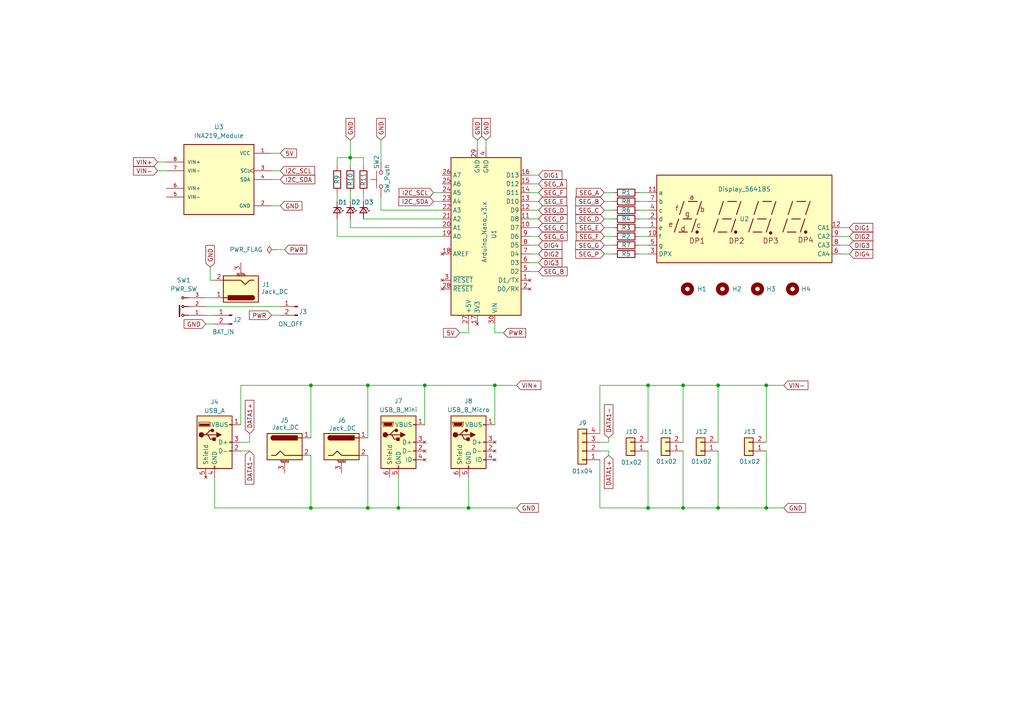
<source format=kicad_sch>
(kicad_sch (version 20250114) (generator "eeschema") (generator_version "9.0")
  (paper "A4")
  (lib_symbols
    (symbol "Barrel_Jack_MountingPin_1" (pin_names (hide yes))
      (property "Reference" "J1" (at -6.096 -1.27 0))
      (property "Value" "Jack_DC" (at -5.842 0.762 0))
      (symbol "Barrel_Jack_MountingPin_1_0_1"
        (rectangle (start -5.08 3.81) (end 5.08 -3.81) (stroke (width 0.254)) (fill (type background)))
        (polyline (pts (xy -3.81 -2.54) (xy -2.54 -2.54) (xy -1.27 -1.27) (xy 0 -2.54) (xy 2.54 -2.54) (xy 5.08 -2.54)) (stroke (width 0.254)))
        (arc (start -3.302 1.905) (mid -3.9343 2.54) (end -3.302 3.175) (stroke (width 0.254)))
        (arc (start -3.302 1.905) (mid -3.9343 2.54) (end -3.302 3.175) (stroke (width 0.254)) (fill (type outline)))
        (rectangle (start 3.683 3.175) (end -3.302 1.905) (stroke (width 0.254)) (fill (type outline)))
        (polyline (pts (xy 5.08 2.54) (xy 3.81 2.54)) (stroke (width 0.254)))
      )
      (symbol "Barrel_Jack_MountingPin_1_1_1"
        (polyline (pts (xy -1.016 -4.572) (xy 1.016 -4.572)) (stroke (width 0.1524)))
        (text "Mounting" (at 0 -4.191 0) (effects (font (size 0.381 0.381))))
        (pin free line (at 0 -7.62 90) (length 3.048) (name "MountPin") (number "3"))
        (pin passive line (at 7.62 2.54 180) (length 2.54) (name "~") (number "1"))
        (pin passive line (at 7.62 -2.54 180) (length 2.54) (name "~") (number "2"))
      )
    )
    (symbol "Barrel_Jack_MountingPin_2" (pin_names (hide yes))
      (property "Reference" "J5" (at 0 7.62 0))
      (property "Value" "Jack_DC" (at 0.254 5.588 0))
      (symbol "Barrel_Jack_MountingPin_2_0_1"
        (rectangle (start -5.08 3.81) (end 5.08 -3.81) (stroke (width 0.254)) (fill (type background)))
        (polyline (pts (xy -3.81 -2.54) (xy -2.54 -2.54) (xy -1.27 -1.27) (xy 0 -2.54) (xy 2.54 -2.54) (xy 5.08 -2.54)) (stroke (width 0.254)))
        (arc (start -3.302 1.905) (mid -3.9343 2.54) (end -3.302 3.175) (stroke (width 0.254)))
        (arc (start -3.302 1.905) (mid -3.9343 2.54) (end -3.302 3.175) (stroke (width 0.254)) (fill (type outline)))
        (rectangle (start 3.683 3.175) (end -3.302 1.905) (stroke (width 0.254)) (fill (type outline)))
        (polyline (pts (xy 5.08 2.54) (xy 3.81 2.54)) (stroke (width 0.254)))
      )
      (symbol "Barrel_Jack_MountingPin_2_1_1"
        (polyline (pts (xy -1.016 -4.572) (xy 1.016 -4.572)) (stroke (width 0.1524)))
        (text "Mounting" (at 0 -4.191 0) (effects (font (size 0.381 0.381))))
        (pin free line (at 0 -7.62 90) (length 3.048) (name "MountPin") (number "3"))
        (pin power_out line (at 7.62 2.54 180) (length 2.54) (name "~") (number "1"))
        (pin passive line (at 7.62 -2.54 180) (length 2.54) (name "~") (number "2"))
      )
    )
    (symbol "Connector:Barrel_Jack_MountingPin" (pin_names (hide yes))
      (property "Reference" "J6" (at 0 7.62 0))
      (property "Value" "Jack_DC" (at 0.254 5.334 0))
      (symbol "Barrel_Jack_MountingPin_0_1"
        (rectangle (start -5.08 3.81) (end 5.08 -3.81) (stroke (width 0.254)) (fill (type background)))
        (polyline (pts (xy -3.81 -2.54) (xy -2.54 -2.54) (xy -1.27 -1.27) (xy 0 -2.54) (xy 2.54 -2.54) (xy 5.08 -2.54)) (stroke (width 0.254)))
        (arc (start -3.302 1.905) (mid -3.9343 2.54) (end -3.302 3.175) (stroke (width 0.254)))
        (arc (start -3.302 1.905) (mid -3.9343 2.54) (end -3.302 3.175) (stroke (width 0.254)) (fill (type outline)))
        (rectangle (start 3.683 3.175) (end -3.302 1.905) (stroke (width 0.254)) (fill (type outline)))
        (polyline (pts (xy 5.08 2.54) (xy 3.81 2.54)) (stroke (width 0.254)))
      )
      (symbol "Barrel_Jack_MountingPin_1_1"
        (polyline (pts (xy -1.016 -4.572) (xy 1.016 -4.572)) (stroke (width 0.1524)))
        (text "Mounting" (at 0 -4.191 0) (effects (font (size 0.381 0.381))))
        (pin free line (at 0 -7.62 90) (length 3.048) (name "MountPin") (number "3"))
        (pin power_out line (at 7.62 2.54 180) (length 2.54) (name "~") (number "1"))
        (pin passive line (at 7.62 -2.54 180) (length 2.54) (name "~") (number "2"))
      )
    )
    (symbol "Connector:Conn_01x02_Pin" (pin_names (offset 1.016) (hide yes))
      (property "Reference" "J" (at 0 2.54 0))
      (property "Value" "Conn_01x02_Pin" (at 0 -5.08 0))
      (symbol "Conn_01x02_Pin_1_1"
        (rectangle (start 0.8636 0.127) (end 0 -0.127) (stroke (width 0.1524)) (fill (type outline)))
        (rectangle (start 0.8636 -2.413) (end 0 -2.667) (stroke (width 0.1524)) (fill (type outline)))
        (polyline (pts (xy 1.27 0) (xy 0.8636 0)) (stroke (width 0.1524)))
        (polyline (pts (xy 1.27 -2.54) (xy 0.8636 -2.54)) (stroke (width 0.1524)))
        (pin passive line (at 5.08 0 180) (length 3.81) (name "Pin_1") (number "1"))
        (pin passive line (at 5.08 -2.54 180) (length 3.81) (name "Pin_2") (number "2"))
      )
    )
    (symbol "Connector:USB_A" (pin_names (offset 1.016))
      (property "Reference" "J3" (at 0 12.7 0))
      (property "Value" "USB_A" (at 0 10.16 0))
      (symbol "USB_A_0_1"
        (rectangle (start -5.08 7.62) (end 5.08 -7.62) (stroke (width 0.254)) (fill (type background)))
        (circle (center -3.81 2.159) (radius 0.635) (stroke (width 0.254)) (fill (type outline)))
        (polyline (pts (xy -3.175 2.159) (xy -2.54 2.159) (xy -1.27 3.429) (xy -0.635 3.429)) (stroke (width 0.254)))
        (polyline (pts (xy -2.54 2.159) (xy -1.905 2.159) (xy -1.27 0.889) (xy 0 0.889)) (stroke (width 0.254)))
        (rectangle (start -1.524 4.826) (end -4.318 5.334) (fill (type outline)))
        (rectangle (start -1.27 4.572) (end -4.572 5.842))
        (circle (center -0.635 3.429) (radius 0.381) (stroke (width 0.254)) (fill (type outline)))
        (rectangle (start -0.127 -7.62) (end 0.127 -6.858))
        (rectangle (start 0.254 1.27) (end -0.508 0.508) (stroke (width 0.254)) (fill (type outline)))
        (polyline (pts (xy 0.635 2.794) (xy 0.635 1.524) (xy 1.905 2.159) (xy 0.635 2.794)) (stroke (width 0.254)) (fill (type outline)))
        (rectangle (start 5.08 4.953) (end 4.318 5.207))
        (rectangle (start 5.08 -0.127) (end 4.318 0.127))
        (rectangle (start 5.08 -2.667) (end 4.318 -2.413))
      )
      (symbol "USB_A_1_1"
        (polyline (pts (xy -1.905 2.159) (xy 0.635 2.159)) (stroke (width 0.254)))
        (pin no_connect line (at -2.54 -10.16 90) (length 2.54) (name "Shield") (number "5"))
        (pin passive line (at 0 -10.16 90) (length 2.54) (name "GND") (number "4"))
        (pin power_out line (at 7.62 5.08 180) (length 2.54) (name "VBUS") (number "1"))
        (pin bidirectional line (at 7.62 0 180) (length 2.54) (name "D+") (number "3"))
        (pin bidirectional line (at 7.62 -2.54 180) (length 2.54) (name "D-") (number "2"))
      )
    )
    (symbol "Connector:USB_B_Micro" (pin_names (offset 1.016))
      (property "Reference" "J7" (at 0 12.7 0))
      (property "Value" "USB_B_Micro" (at 0 10.16 0))
      (symbol "USB_B_Micro_0_1"
        (rectangle (start -5.08 7.62) (end 5.08 -7.62) (stroke (width 0.254)) (fill (type background)))
        (polyline (pts (xy -4.699 5.842) (xy -4.699 5.588) (xy -4.445 4.826) (xy -4.445 4.572) (xy -1.651 4.572) (xy -1.651 4.826) (xy -1.397 5.588) (xy -1.397 5.842) (xy -4.699 5.842)))
        (polyline (pts (xy -4.318 5.588) (xy -1.778 5.588) (xy -2.032 4.826) (xy -4.064 4.826) (xy -4.318 5.588)) (fill (type outline)))
        (circle (center -3.81 2.159) (radius 0.635) (stroke (width 0.254)) (fill (type outline)))
        (polyline (pts (xy -3.175 2.159) (xy -2.54 2.159) (xy -1.27 3.429) (xy -0.635 3.429)) (stroke (width 0.254)))
        (polyline (pts (xy -2.54 2.159) (xy -1.905 2.159) (xy -1.27 0.889) (xy 0 0.889)) (stroke (width 0.254)))
        (polyline (pts (xy -1.905 2.159) (xy 0.635 2.159)) (stroke (width 0.254)))
        (circle (center -0.635 3.429) (radius 0.381) (stroke (width 0.254)) (fill (type outline)))
        (rectangle (start -0.127 -7.62) (end 0.127 -6.858))
        (rectangle (start 0.254 1.27) (end -0.508 0.508) (stroke (width 0.254)) (fill (type outline)))
        (polyline (pts (xy 0.635 2.794) (xy 0.635 1.524) (xy 1.905 2.159) (xy 0.635 2.794)) (stroke (width 0.254)) (fill (type outline)))
        (rectangle (start 5.08 4.953) (end 4.318 5.207))
        (rectangle (start 5.08 -0.127) (end 4.318 0.127))
        (rectangle (start 5.08 -2.667) (end 4.318 -2.413))
        (rectangle (start 5.08 -5.207) (end 4.318 -4.953))
      )
      (symbol "USB_B_Micro_1_1"
        (pin free line (at -2.54 -10.16 90) (length 2.54) (name "Shield") (number "6"))
        (pin passive line (at 0 -10.16 90) (length 2.54) (name "GND") (number "5"))
        (pin power_out line (at 7.62 5.08 180) (length 2.54) (name "VBUS") (number "1"))
        (pin no_connect line (at 7.62 0 180) (length 2.54) (name "D+") (number "3"))
        (pin no_connect line (at 7.62 -2.54 180) (length 2.54) (name "D-") (number "2"))
        (pin no_connect line (at 7.62 -5.08 180) (length 2.54) (name "ID") (number "4"))
      )
    )
    (symbol "Connector:USB_B_Mini" (pin_names (offset 1.016))
      (property "Reference" "J6" (at 0 12.7 0))
      (property "Value" "USB_B_Mini" (at 0 10.16 0))
      (symbol "USB_B_Mini_0_1"
        (rectangle (start -5.08 7.62) (end 5.08 -7.62) (stroke (width 0.254)) (fill (type background)))
        (polyline (pts (xy -4.699 5.842) (xy -4.699 5.588) (xy -4.445 4.826) (xy -4.445 4.572) (xy -1.651 4.572) (xy -1.651 4.826) (xy -1.397 5.588) (xy -1.397 5.842) (xy -4.699 5.842)))
        (polyline (pts (xy -4.318 5.588) (xy -1.778 5.588) (xy -2.032 4.826) (xy -4.064 4.826) (xy -4.318 5.588)) (fill (type outline)))
        (circle (center -3.81 2.159) (radius 0.635) (stroke (width 0.254)) (fill (type outline)))
        (polyline (pts (xy -3.175 2.159) (xy -2.54 2.159) (xy -1.27 3.429) (xy -0.635 3.429)) (stroke (width 0.254)))
        (polyline (pts (xy -2.54 2.159) (xy -1.905 2.159) (xy -1.27 0.889) (xy 0 0.889)) (stroke (width 0.254)))
        (polyline (pts (xy -1.905 2.159) (xy 0.635 2.159)) (stroke (width 0.254)))
        (circle (center -0.635 3.429) (radius 0.381) (stroke (width 0.254)) (fill (type outline)))
        (rectangle (start -0.127 -7.62) (end 0.127 -6.858))
        (rectangle (start 0.254 1.27) (end -0.508 0.508) (stroke (width 0.254)) (fill (type outline)))
        (polyline (pts (xy 0.635 2.794) (xy 0.635 1.524) (xy 1.905 2.159) (xy 0.635 2.794)) (stroke (width 0.254)) (fill (type outline)))
        (rectangle (start 5.08 4.953) (end 4.318 5.207))
        (rectangle (start 5.08 -0.127) (end 4.318 0.127))
        (rectangle (start 5.08 -2.667) (end 4.318 -2.413))
        (rectangle (start 5.08 -5.207) (end 4.318 -4.953))
      )
      (symbol "USB_B_Mini_1_1"
        (pin free line (at -2.54 -10.16 90) (length 2.54) (name "Shield") (number "6"))
        (pin passive line (at 0 -10.16 90) (length 2.54) (name "GND") (number "5"))
        (pin power_out line (at 7.62 5.08 180) (length 2.54) (name "VBUS") (number "1"))
        (pin no_connect line (at 7.62 0 180) (length 2.54) (name "D+") (number "3"))
        (pin no_connect line (at 7.62 -2.54 180) (length 2.54) (name "D-") (number "2"))
        (pin no_connect line (at 7.62 -5.08 180) (length 2.54) (name "ID") (number "4"))
      )
    )
    (symbol "Connector_Generic:Conn_01x02" (pin_names (offset 1.016) (hide yes))
      (property "Reference" "J" (at 0 2.54 0))
      (property "Value" "Conn_01x02" (at 0 -5.08 0))
      (symbol "Conn_01x02_1_1"
        (rectangle (start -1.27 1.27) (end 1.27 -3.81) (stroke (width 0.254)) (fill (type background)))
        (rectangle (start -1.27 0.127) (end 0 -0.127) (stroke (width 0.1524)))
        (rectangle (start -1.27 -2.413) (end 0 -2.667) (stroke (width 0.1524)))
        (pin passive line (at -5.08 0 0) (length 3.81) (name "Pin_1") (number "1"))
        (pin passive line (at -5.08 -2.54 0) (length 3.81) (name "Pin_2") (number "2"))
      )
    )
    (symbol "Connector_Generic:Conn_01x04" (pin_names (offset 1.016) (hide yes))
      (property "Reference" "J" (at 0 5.08 0))
      (property "Value" "Conn_01x04" (at 0 -7.62 0))
      (symbol "Conn_01x04_1_1"
        (rectangle (start -1.27 3.81) (end 1.27 -6.35) (stroke (width 0.254)) (fill (type background)))
        (rectangle (start -1.27 2.667) (end 0 2.413) (stroke (width 0.1524)))
        (rectangle (start -1.27 0.127) (end 0 -0.127) (stroke (width 0.1524)))
        (rectangle (start -1.27 -2.413) (end 0 -2.667) (stroke (width 0.1524)))
        (rectangle (start -1.27 -4.953) (end 0 -5.207) (stroke (width 0.1524)))
        (pin passive line (at -5.08 2.54 0) (length 3.81) (name "Pin_1") (number "1"))
        (pin passive line (at -5.08 0 0) (length 3.81) (name "Pin_2") (number "2"))
        (pin passive line (at -5.08 -2.54 0) (length 3.81) (name "Pin_3") (number "3"))
        (pin passive line (at -5.08 -5.08 0) (length 3.81) (name "Pin_4") (number "4"))
      )
    )
    (symbol "Custom:INA219_Module_Adafruit" (pin_names (offset 1.016))
      (property "Reference" "U3" (at 0 15.24 0))
      (property "Value" "INA219_Module" (at 0 12.7 0))
      (symbol "INA219_Module_Adafruit_0_0"
        (rectangle (start -10.16 10.16) (end 10.16 -10.16) (stroke (width 0.254)) (fill (type background)))
        (pin free line (at -15.24 -2.54 0) (length 5.08) (name "VIN+") (number "6"))
        (pin free line (at -15.24 -5.08 0) (length 5.08) (name "VIN-") (number "5"))
        (pin power_in line (at 15.24 7.62 180) (length 5.08) (name "VCC") (number "1"))
        (pin input clock (at 15.24 2.54 180) (length 5.08) (name "SCL") (number "3"))
        (pin bidirectional line (at 15.24 0 180) (length 5.08) (name "SDA") (number "4"))
        (pin power_in line (at 15.24 -7.62 180) (length 5.08) (name "GND") (number "2"))
      )
      (symbol "INA219_Module_Adafruit_1_0"
        (pin input line (at -15.24 5.08 0) (length 5.08) (name "VIN+") (number "8"))
        (pin input line (at -15.24 2.54 0) (length 5.08) (name "VIN-") (number "7"))
      )
    )
    (symbol "Custom:Switch_Slide_SPDT_Straight_TE_1825159_1" (pin_names (offset 1.016))
      (property "Reference" "SW" (at 1.524 -0.508 0))
      (property "Value" "SW_Slide" (at -8.382 -5.588 0))
      (symbol "Switch_Slide_SPDT_Straight_TE_1825159_1_0_0"
        (polyline (pts (xy -2.54 2.54) (xy -1.27 2.54)) (stroke (width 0.254)))
        (polyline (pts (xy -2.54 0) (xy -1.27 0)) (stroke (width 0.254)))
        (polyline (pts (xy -2.54 -2.54) (xy -1.27 -2.54)) (stroke (width 0.254)))
        (circle (center -0.9525 2.54) (radius 0.3175) (stroke (width 0.254)))
        (circle (center -0.9525 0) (radius 0.3175) (stroke (width 0.254)))
        (circle (center -0.9525 -2.54) (radius 0.3175) (stroke (width 0.254)))
        (polyline (pts (xy 0 2.8575) (xy 0 -0.3175)) (stroke (width 0.4064)))
        (pin passive line (at -7.62 2.54 0) (length 5.08) (name "~") (number "1"))
        (pin passive line (at -7.62 0 0) (length 5.08) (name "~") (number "2"))
        (pin passive line (at -7.62 -2.54 0) (length 5.08) (name "~") (number "3"))
      )
    )
    (symbol "Device:R" (pin_numbers (hide yes)) (pin_names (offset 0))
      (property "Reference" "R" (at 2.032 0 90))
      (property "Value" "R" (at 0 0 90))
      (symbol "R_0_1"
        (rectangle (start -1.016 -2.54) (end 1.016 2.54) (stroke (width 0.254)))
      )
      (symbol "R_1_1"
        (pin passive line (at 0 3.81 270) (length 1.27) (name "~") (number "1"))
        (pin passive line (at 0 -3.81 90) (length 1.27) (name "~") (number "2"))
      )
    )
    (symbol "Display_Character:CA56-12CGKWA"
      (property "Reference" "U" (at -24.13 13.97 0))
      (property "Value" "CA56-12CGKWA" (at 17.78 13.97 0))
      (symbol "CA56-12CGKWA_0_0"
        (rectangle (start -25.4 12.7) (end 25.4 -12.7) (stroke (width 0.254)) (fill (type background)))
        (polyline (pts (xy -20.32 -3.81) (xy -19.05 0)) (stroke (width 0.254)))
        (polyline (pts (xy -19.05 -3.81) (xy -16.51 -3.81)) (stroke (width 0.254)))
        (polyline (pts (xy -18.796 1.27) (xy -17.526 5.08)) (stroke (width 0.254)))
        (polyline (pts (xy -17.78 0) (xy -15.24 0)) (stroke (width 0.254)))
        (polyline (pts (xy -16.256 5.08) (xy -13.716 5.08)) (stroke (width 0.254)))
        (polyline (pts (xy -15.24 -3.81) (xy -13.97 0)) (stroke (width 0.254)))
        (polyline (pts (xy -13.716 1.27) (xy -12.446 5.08)) (stroke (width 0.254)))
        (polyline (pts (xy -8.89 -3.81) (xy -7.62 0)) (stroke (width 0.254)))
        (polyline (pts (xy -7.62 -3.81) (xy -5.08 -3.81)) (stroke (width 0.254)))
        (polyline (pts (xy -7.366 1.27) (xy -6.096 5.08)) (stroke (width 0.254)))
        (polyline (pts (xy -6.35 0) (xy -3.81 0)) (stroke (width 0.254)))
        (polyline (pts (xy -4.826 5.08) (xy -2.286 5.08)) (stroke (width 0.254)))
        (polyline (pts (xy -3.81 -3.81) (xy -2.54 0)) (stroke (width 0.254)))
        (polyline (pts (xy -2.286 1.27) (xy -1.016 5.08)) (stroke (width 0.254)))
        (polyline (pts (xy 1.27 -3.81) (xy 2.54 0)) (stroke (width 0.254)))
        (polyline (pts (xy 2.54 -3.81) (xy 5.08 -3.81)) (stroke (width 0.254)))
        (polyline (pts (xy 2.794 1.27) (xy 4.064 5.08)) (stroke (width 0.254)))
        (polyline (pts (xy 3.81 0) (xy 6.35 0)) (stroke (width 0.254)))
        (polyline (pts (xy 5.334 5.08) (xy 7.874 5.08)) (stroke (width 0.254)))
        (polyline (pts (xy 6.35 -3.81) (xy 7.62 0)) (stroke (width 0.254)))
        (polyline (pts (xy 7.874 1.27) (xy 9.144 5.08)) (stroke (width 0.254)))
        (polyline (pts (xy 11.176 -3.81) (xy 12.446 0)) (stroke (width 0.254)))
        (polyline (pts (xy 12.446 -3.81) (xy 14.986 -3.81)) (stroke (width 0.254)))
        (polyline (pts (xy 12.7 1.27) (xy 13.97 5.08)) (stroke (width 0.254)))
        (polyline (pts (xy 13.716 0) (xy 16.256 0)) (stroke (width 0.254)))
        (polyline (pts (xy 15.24 5.08) (xy 17.78 5.08)) (stroke (width 0.254)))
        (polyline (pts (xy 16.256 -3.81) (xy 17.526 0)) (stroke (width 0.254)))
        (polyline (pts (xy 17.78 1.27) (xy 19.05 5.08)) (stroke (width 0.254)))
        (text "e" (at -21.336 -1.524 0) (effects (font (size 1.524 1.524))))
        (text "f" (at -19.558 3.048 0) (effects (font (size 1.524 1.524))))
        (text "d" (at -17.78 -2.794 0) (effects (font (size 1.524 1.524))))
        (text "g" (at -16.51 1.524 0) (effects (font (size 1.524 1.524))))
        (text "a" (at -15.24 6.35 0) (effects (font (size 1.524 1.524))))
        (text "DP1" (at -13.716 -6.35 0) (effects (font (size 1.524 1.524))))
        (text "c" (at -13.208 -1.778 0) (effects (font (size 1.524 1.524))))
        (text "b" (at -12.192 2.794 0) (effects (font (size 1.524 1.524))))
        (text "DP2" (at -2.286 -6.35 0) (effects (font (size 1.524 1.524))))
        (text "DP3" (at 7.62 -6.35 0) (effects (font (size 1.524 1.524))))
        (text "DP4" (at 17.78 -6.096 0) (effects (font (size 1.524 1.524))))
      )
      (symbol "CA56-12CGKWA_0_1"
        (circle (center -13.716 -3.81) (radius 0.3556) (stroke (width 0.254)) (fill (type outline)))
        (circle (center -2.54 -3.81) (radius 0.3556) (stroke (width 0.254)) (fill (type outline)))
      )
      (symbol "CA56-12CGKWA_1_0"
        (circle (center 7.62 -4.064) (radius 0.3556) (stroke (width 0.254)) (fill (type outline)))
        (circle (center 17.78 -3.81) (radius 0.3556) (stroke (width 0.254)) (fill (type outline)))
      )
      (symbol "CA56-12CGKWA_1_1"
        (pin input line (at -27.94 7.62 0) (length 2.54) (name "a") (number "11"))
        (pin input line (at -27.94 5.08 0) (length 2.54) (name "b") (number "7"))
        (pin input line (at -27.94 2.54 0) (length 2.54) (name "c") (number "4"))
        (pin input line (at -27.94 0 0) (length 2.54) (name "d") (number "2"))
        (pin input line (at -27.94 -2.54 0) (length 2.54) (name "e") (number "1"))
        (pin input line (at -27.94 -5.08 0) (length 2.54) (name "f") (number "10"))
        (pin input line (at -27.94 -7.62 0) (length 2.54) (name "g") (number "5"))
        (pin input line (at -27.94 -10.16 0) (length 2.54) (name "DPX") (number "3"))
        (pin input line (at 27.94 -2.54 180) (length 2.54) (name "CA1") (number "12"))
        (pin input line (at 27.94 -5.08 180) (length 2.54) (name "CA2") (number "9"))
        (pin input line (at 27.94 -7.62 180) (length 2.54) (name "CA3") (number "8"))
        (pin input line (at 27.94 -10.16 180) (length 2.54) (name "CA4") (number "6"))
      )
    )
    (symbol "MCU_Module:Arduino_Nano_v3.x"
      (property "Reference" "A1" (at -2.286 -2.032 90))
      (property "Value" "Arduino_Nano_v3.x" (at 0.508 -10.16 90))
      (symbol "Arduino_Nano_v3.x_0_1"
        (rectangle (start -10.16 22.86) (end 10.16 -22.86) (stroke (width 0.254)) (fill (type background)))
      )
      (symbol "Arduino_Nano_v3.x_1_1"
        (pin no_connect line (at -12.7 15.24 0) (length 2.54) (name "D0/RX") (number "2"))
        (pin no_connect line (at -12.7 12.7 0) (length 2.54) (name "D1/TX") (number "1"))
        (pin bidirectional line (at -12.7 10.16 0) (length 2.54) (name "D2") (number "5"))
        (pin bidirectional line (at -12.7 7.62 0) (length 2.54) (name "D3") (number "6"))
        (pin bidirectional line (at -12.7 5.08 0) (length 2.54) (name "D4") (number "7"))
        (pin bidirectional line (at -12.7 2.54 0) (length 2.54) (name "D5") (number "8"))
        (pin bidirectional line (at -12.7 0 0) (length 2.54) (name "D6") (number "9"))
        (pin bidirectional line (at -12.7 -2.54 0) (length 2.54) (name "D7") (number "10"))
        (pin bidirectional line (at -12.7 -5.08 0) (length 2.54) (name "D8") (number "11"))
        (pin bidirectional line (at -12.7 -7.62 0) (length 2.54) (name "D9") (number "12"))
        (pin bidirectional line (at -12.7 -10.16 0) (length 2.54) (name "D10") (number "13"))
        (pin bidirectional line (at -12.7 -12.7 0) (length 2.54) (name "D11") (number "14"))
        (pin bidirectional line (at -12.7 -15.24 0) (length 2.54) (name "D12") (number "15"))
        (pin bidirectional line (at -12.7 -17.78 0) (length 2.54) (name "D13") (number "16"))
        (pin power_in line (at -2.54 25.4 270) (length 2.54) (name "VIN") (number "30"))
        (pin power_out line (at 0 -25.4 90) (length 2.54) (name "GND") (number "4"))
        (pin no_connect line (at 2.54 25.4 270) (length 2.54) (name "3V3") (number "17"))
        (pin power_out line (at 2.54 -25.4 90) (length 2.54) (name "GND") (number "29"))
        (pin power_out line (at 5.08 25.4 270) (length 2.54) (name "+5V") (number "27"))
        (pin no_connect line (at 12.7 15.24 180) (length 2.54) (name "~{RESET}") (number "28"))
        (pin no_connect line (at 12.7 12.7 180) (length 2.54) (name "~{RESET}") (number "3"))
        (pin no_connect line (at 12.7 5.08 180) (length 2.54) (name "AREF") (number "18"))
        (pin bidirectional line (at 12.7 0 180) (length 2.54) (name "A0") (number "19"))
        (pin bidirectional line (at 12.7 -2.54 180) (length 2.54) (name "A1") (number "20"))
        (pin bidirectional line (at 12.7 -5.08 180) (length 2.54) (name "A2") (number "21"))
        (pin bidirectional line (at 12.7 -7.62 180) (length 2.54) (name "A3") (number "22"))
        (pin bidirectional line (at 12.7 -10.16 180) (length 2.54) (name "A4") (number "23"))
        (pin bidirectional line (at 12.7 -12.7 180) (length 2.54) (name "A5") (number "24"))
        (pin free line (at 12.7 -15.24 180) (length 2.54) (name "A6") (number "25"))
        (pin free line (at 12.7 -17.78 180) (length 2.54) (name "A7") (number "26"))
      )
    )
    (symbol "Mechanical:MountingHole" (pin_names (offset 1.016)) (in_bom no)
      (property "Reference" "H" (at 0 5.08 0))
      (property "Value" "MountingHole" (at 0 3.175 0))
      (symbol "MountingHole_0_1"
        (circle (center 0 0) (radius 1.27) (stroke (width 1.27)))
      )
    )
    (symbol "PCM_SparkFun-LED:LED" (pin_numbers (hide yes)) (pin_names (offset 1.016) (hide yes))
      (property "Reference" "D" (at 0 2.54 0))
      (property "Value" "LED" (at 0 -2.54 0))
      (symbol "LED_0_1"
        (polyline (pts (xy -0.762 -1.016) (xy -0.762 1.016)) (stroke (width 0.254)))
        (polyline (pts (xy 0 0.762) (xy -0.508 1.27) (xy -0.254 1.27) (xy -0.508 1.27) (xy -0.508 1.016)))
        (polyline (pts (xy 0.508 1.27) (xy 0 1.778) (xy 0.254 1.778) (xy 0 1.778) (xy 0 1.524)))
        (polyline (pts (xy 0.762 -1.016) (xy -0.762 0) (xy 0.762 1.016) (xy 0.762 -1.016)) (stroke (width 0.254)))
        (polyline (pts (xy 1.016 0) (xy -0.762 0)))
      )
      (symbol "LED_1_1"
        (pin passive line (at -2.54 0 0) (length 1.778) (name "K") (number "1"))
        (pin passive line (at 2.54 0 180) (length 1.778) (name "A") (number "2"))
      )
    )
    (symbol "Switch:SW_Push" (pin_numbers (hide yes)) (pin_names (offset 1.016) (hide yes))
      (property "Reference" "SW" (at 1.27 2.54 0))
      (property "Value" "SW_Push" (at 0 -1.524 0))
      (symbol "SW_Push_0_1"
        (circle (center -2.032 0) (radius 0.508))
        (polyline (pts (xy 0 1.27) (xy 0 3.048)))
        (circle (center 2.032 0) (radius 0.508))
        (polyline (pts (xy 2.54 1.27) (xy -2.54 1.27)))
        (pin passive line (at -5.08 0 0) (length 2.54) (name "1") (number "1"))
        (pin passive line (at 5.08 0 180) (length 2.54) (name "2") (number "2"))
      )
    )
    (symbol "power:PWR_FLAG" (power) (pin_numbers (hide yes)) (pin_names (offset 0) (hide yes))
      (property "Value" "PWR_FLAG" (at 0 3.81 0))
      (symbol "PWR_FLAG_0_0"
        (pin power_out line (at 0 0 90) (length 0) (name "~") (number "1"))
      )
      (symbol "PWR_FLAG_0_1"
        (polyline (pts (xy 0 0) (xy 0 1.27) (xy -1.016 1.905) (xy 0 2.54) (xy 1.016 1.905) (xy 0 1.27)))
      )
    )
  )
  (junction (at 90.17 147.32))
  (junction (at 198.12 111.76))
  (junction (at 90.17 111.76))
  (junction (at 143.51 111.76))
  (junction (at 208.28 111.76))
  (junction (at 115.57 147.32))
  (junction (at 123.19 111.76))
  (junction (at 187.96 111.76))
  (junction (at 135.89 147.32))
  (junction (at 106.68 111.76))
  (junction (at 222.25 147.32))
  (junction (at 198.12 147.32))
  (junction (at 208.28 147.32))
  (junction (at 187.96 147.32))
  (junction (at 106.68 147.32))
  (junction (at 101.6 45.72))
  (junction (at 222.25 111.76))
  (wire (pts (xy 146.05 96.52) (xy 143.51 96.52)))
  (wire (pts (xy 138.43 40.64) (xy 138.43 43.18)))
  (wire (pts (xy 106.68 147.32) (xy 115.57 147.32)))
  (wire (pts (xy 90.17 111.76) (xy 90.17 127)))
  (wire (pts (xy 101.6 58.42) (xy 101.6 55.88)))
  (wire (pts (xy 78.74 52.07) (xy 81.28 52.07)))
  (wire (pts (xy 173.99 147.32) (xy 187.96 147.32)))
  (wire (pts (xy 187.96 111.76) (xy 198.12 111.76)))
  (wire (pts (xy 176.53 132.08) (xy 176.53 130.81)))
  (wire (pts (xy 133.35 96.52) (xy 135.89 96.52)))
  (wire (pts (xy 208.28 147.32) (xy 222.25 147.32)))
  (wire (pts (xy 187.96 147.32) (xy 198.12 147.32)))
  (wire (pts (xy 187.96 58.42) (xy 185.42 58.42)))
  (wire (pts (xy 198.12 111.76) (xy 208.28 111.76)))
  (wire (pts (xy 176.53 127) (xy 176.53 128.27)))
  (wire (pts (xy 175.26 63.5) (xy 177.8 63.5)))
  (wire (pts (xy 187.96 68.58) (xy 185.42 68.58)))
  (wire (pts (xy 135.89 96.52) (xy 135.89 93.98)))
  (wire (pts (xy 153.67 55.88) (xy 156.21 55.88)))
  (wire (pts (xy 69.85 111.76) (xy 69.85 123.19)))
  (wire (pts (xy 187.96 66.04) (xy 185.42 66.04)))
  (wire (pts (xy 173.99 133.35) (xy 173.99 147.32)))
  (wire (pts (xy 175.26 73.66) (xy 177.8 73.66)))
  (wire (pts (xy 187.96 63.5) (xy 185.42 63.5)))
  (wire (pts (xy 153.67 60.96) (xy 156.21 60.96)))
  (wire (pts (xy 153.67 68.58) (xy 156.21 68.58)))
  (wire (pts (xy 176.53 130.81) (xy 173.99 130.81)))
  (wire (pts (xy 175.26 60.96) (xy 177.8 60.96)))
  (wire (pts (xy 60.96 77.47) (xy 60.96 81.28)))
  (wire (pts (xy 243.84 71.12) (xy 246.38 71.12)))
  (wire (pts (xy 97.79 68.58) (xy 97.79 63.5)))
  (wire (pts (xy 222.25 130.81) (xy 222.25 147.32)))
  (wire (pts (xy 60.96 81.28) (xy 62.23 81.28)))
  (wire (pts (xy 222.25 111.76) (xy 227.33 111.76)))
  (wire (pts (xy 62.23 147.32) (xy 90.17 147.32)))
  (wire (pts (xy 175.26 58.42) (xy 177.8 58.42)))
  (wire (pts (xy 97.79 68.58) (xy 128.27 68.58)))
  (wire (pts (xy 222.25 111.76) (xy 222.25 128.27)))
  (wire (pts (xy 59.69 88.9) (xy 81.28 88.9)))
  (wire (pts (xy 59.69 91.44) (xy 62.23 91.44)))
  (wire (pts (xy 143.51 111.76) (xy 143.51 123.19)))
  (wire (pts (xy 90.17 147.32) (xy 106.68 147.32)))
  (wire (pts (xy 115.57 147.32) (xy 135.89 147.32)))
  (wire (pts (xy 69.85 111.76) (xy 90.17 111.76)))
  (wire (pts (xy 173.99 111.76) (xy 187.96 111.76)))
  (wire (pts (xy 115.57 138.43) (xy 115.57 147.32)))
  (wire (pts (xy 101.6 66.04) (xy 128.27 66.04)))
  (wire (pts (xy 78.74 91.44) (xy 81.28 91.44)))
  (wire (pts (xy 175.26 55.88) (xy 177.8 55.88)))
  (wire (pts (xy 153.67 63.5) (xy 156.21 63.5)))
  (wire (pts (xy 140.97 40.64) (xy 140.97 43.18)))
  (wire (pts (xy 243.84 68.58) (xy 246.38 68.58)))
  (wire (pts (xy 153.67 76.2) (xy 156.21 76.2)))
  (wire (pts (xy 208.28 130.81) (xy 208.28 147.32)))
  (wire (pts (xy 187.96 71.12) (xy 185.42 71.12)))
  (wire (pts (xy 125.73 55.88) (xy 128.27 55.88)))
  (wire (pts (xy 135.89 138.43) (xy 135.89 147.32)))
  (wire (pts (xy 97.79 45.72) (xy 101.6 45.72)))
  (wire (pts (xy 125.73 58.42) (xy 128.27 58.42)))
  (wire (pts (xy 153.67 58.42) (xy 156.21 58.42)))
  (wire (pts (xy 106.68 111.76) (xy 106.68 127)))
  (wire (pts (xy 135.89 147.32) (xy 149.86 147.32)))
  (wire (pts (xy 153.67 50.8) (xy 156.21 50.8)))
  (wire (pts (xy 62.23 86.36) (xy 59.69 86.36)))
  (wire (pts (xy 45.72 46.99) (xy 48.26 46.99)))
  (wire (pts (xy 187.96 55.88) (xy 185.42 55.88)))
  (wire (pts (xy 187.96 73.66) (xy 185.42 73.66)))
  (wire (pts (xy 208.28 111.76) (xy 208.28 128.27)))
  (wire (pts (xy 62.23 138.43) (xy 62.23 147.32)))
  (wire (pts (xy 81.28 44.45) (xy 78.74 44.45)))
  (wire (pts (xy 198.12 111.76) (xy 198.12 128.27)))
  (wire (pts (xy 222.25 147.32) (xy 227.33 147.32)))
  (wire (pts (xy 175.26 68.58) (xy 177.8 68.58)))
  (wire (pts (xy 198.12 130.81) (xy 198.12 147.32)))
  (wire (pts (xy 106.68 111.76) (xy 123.19 111.76)))
  (wire (pts (xy 153.67 66.04) (xy 156.21 66.04)))
  (wire (pts (xy 45.72 49.53) (xy 48.26 49.53)))
  (wire (pts (xy 97.79 45.72) (xy 97.79 48.26)))
  (wire (pts (xy 187.96 111.76) (xy 187.96 128.27)))
  (wire (pts (xy 90.17 132.08) (xy 90.17 147.32)))
  (wire (pts (xy 101.6 45.72) (xy 105.41 45.72)))
  (wire (pts (xy 143.51 93.98) (xy 143.51 96.52)))
  (wire (pts (xy 101.6 66.04) (xy 101.6 63.5)))
  (wire (pts (xy 110.49 57.15) (xy 110.49 60.96)))
  (wire (pts (xy 175.26 71.12) (xy 177.8 71.12)))
  (wire (pts (xy 105.41 58.42) (xy 105.41 55.88)))
  (wire (pts (xy 175.26 66.04) (xy 177.8 66.04)))
  (wire (pts (xy 143.51 111.76) (xy 149.86 111.76)))
  (wire (pts (xy 123.19 111.76) (xy 123.19 123.19)))
  (wire (pts (xy 59.69 93.98) (xy 62.23 93.98)))
  (wire (pts (xy 110.49 46.99) (xy 110.49 40.64)))
  (wire (pts (xy 97.79 55.88) (xy 97.79 58.42)))
  (wire (pts (xy 106.68 132.08) (xy 106.68 147.32)))
  (wire (pts (xy 110.49 60.96) (xy 128.27 60.96)))
  (wire (pts (xy 90.17 111.76) (xy 106.68 111.76)))
  (wire (pts (xy 72.39 125.73) (xy 72.39 128.27)))
  (wire (pts (xy 105.41 45.72) (xy 105.41 48.26)))
  (wire (pts (xy 243.84 66.04) (xy 246.38 66.04)))
  (wire (pts (xy 153.67 73.66) (xy 156.21 73.66)))
  (wire (pts (xy 187.96 130.81) (xy 187.96 147.32)))
  (wire (pts (xy 208.28 111.76) (xy 222.25 111.76)))
  (wire (pts (xy 81.28 59.69) (xy 78.74 59.69)))
  (wire (pts (xy 187.96 60.96) (xy 185.42 60.96)))
  (wire (pts (xy 101.6 40.64) (xy 101.6 45.72)))
  (wire (pts (xy 153.67 53.34) (xy 156.21 53.34)))
  (wire (pts (xy 123.19 111.76) (xy 143.51 111.76)))
  (wire (pts (xy 80.01 72.39) (xy 82.55 72.39)))
  (wire (pts (xy 173.99 111.76) (xy 173.99 125.73)))
  (wire (pts (xy 78.74 49.53) (xy 81.28 49.53)))
  (wire (pts (xy 153.67 71.12) (xy 156.21 71.12)))
  (wire (pts (xy 198.12 147.32) (xy 208.28 147.32)))
  (wire (pts (xy 243.84 73.66) (xy 246.38 73.66)))
  (wire (pts (xy 105.41 63.5) (xy 128.27 63.5)))
  (wire (pts (xy 101.6 45.72) (xy 101.6 48.26)))
  (wire (pts (xy 72.39 130.81) (xy 69.85 130.81)))
  (wire (pts (xy 176.53 128.27) (xy 173.99 128.27)))
  (wire (pts (xy 72.39 128.27) (xy 69.85 128.27)))
  (wire (pts (xy 153.67 78.74) (xy 156.21 78.74)))
  (global_label "I2C_SDA" (shape input) (at 125.73 58.42 180) (property "Intersheetrefs" "${INTERSHEET_REFS}" (effects (hide yes))))
  (global_label "5V" (shape input) (at 81.28 44.45 0) (property "Intersheetrefs" "${INTERSHEET_REFS}" (effects (hide yes))))
  (global_label "GND" (shape input) (at 149.86 147.32 0) (property "Intersheetrefs" "${INTERSHEET_REFS}" (effects (hide yes))))
  (global_label "DATA1-" (shape input) (at 72.39 130.81 270) (property "Intersheetrefs" "${INTERSHEET_REFS}" (effects (hide yes))))
  (global_label "5V" (shape input) (at 133.35 96.52 180) (property "Intersheetrefs" "${INTERSHEET_REFS}" (effects (hide yes))))
  (global_label "SEG_G" (shape input) (at 175.26 71.12 180) (property "Intersheetrefs" "${INTERSHEET_REFS}" (effects (hide yes))))
  (global_label "DIG3" (shape input) (at 156.21 76.2 0) (property "Intersheetrefs" "${INTERSHEET_REFS}" (effects (hide yes))))
  (global_label "DIG2" (shape input) (at 246.38 68.58 0) (property "Intersheetrefs" "${INTERSHEET_REFS}" (effects (hide yes))))
  (global_label "SEG_G" (shape input) (at 156.21 68.58 0) (property "Intersheetrefs" "${INTERSHEET_REFS}" (effects (hide yes))))
  (global_label "I2C_SDA" (shape input) (at 81.28 52.07 0) (property "Intersheetrefs" "${INTERSHEET_REFS}" (effects (hide yes))))
  (global_label "SEG_E" (shape input) (at 156.21 58.42 0) (property "Intersheetrefs" "${INTERSHEET_REFS}" (effects (hide yes))))
  (global_label "GND" (shape input) (at 60.96 77.47 90) (property "Intersheetrefs" "${INTERSHEET_REFS}" (effects (hide yes))))
  (global_label "SEG_P" (shape input) (at 175.26 73.66 180) (property "Intersheetrefs" "${INTERSHEET_REFS}" (effects (hide yes))))
  (global_label "DIG1" (shape input) (at 156.21 50.8 0) (property "Intersheetrefs" "${INTERSHEET_REFS}" (effects (hide yes))))
  (global_label "GND" (shape input) (at 138.43 40.64 90) (property "Intersheetrefs" "${INTERSHEET_REFS}" (effects (hide yes))))
  (global_label "SEG_A" (shape input) (at 156.21 53.34 0) (property "Intersheetrefs" "${INTERSHEET_REFS}" (effects (hide yes))))
  (global_label "I2C_SCL" (shape input) (at 125.73 55.88 180) (property "Intersheetrefs" "${INTERSHEET_REFS}" (effects (hide yes))))
  (global_label "SEG_F" (shape input) (at 156.21 55.88 0) (property "Intersheetrefs" "${INTERSHEET_REFS}" (effects (hide yes))))
  (global_label "DATA1+" (shape input) (at 72.39 125.73 90) (property "Intersheetrefs" "${INTERSHEET_REFS}" (effects (hide yes))))
  (global_label "I2C_SCL" (shape input) (at 81.28 49.53 0) (property "Intersheetrefs" "${INTERSHEET_REFS}" (effects (hide yes))))
  (global_label "DIG1" (shape input) (at 246.38 66.04 0) (property "Intersheetrefs" "${INTERSHEET_REFS}" (effects (hide yes))))
  (global_label "DIG4" (shape input) (at 156.21 71.12 0) (property "Intersheetrefs" "${INTERSHEET_REFS}" (effects (hide yes))))
  (global_label "GND" (shape input) (at 101.6 40.64 90) (property "Intersheetrefs" "${INTERSHEET_REFS}" (effects (hide yes))))
  (global_label "SEG_A" (shape input) (at 175.26 55.88 180) (property "Intersheetrefs" "${INTERSHEET_REFS}" (effects (hide yes))))
  (global_label "SEG_P" (shape input) (at 156.21 63.5 0) (property "Intersheetrefs" "${INTERSHEET_REFS}" (effects (hide yes))))
  (global_label "SEG_D" (shape input) (at 175.26 63.5 180) (property "Intersheetrefs" "${INTERSHEET_REFS}" (effects (hide yes))))
  (global_label "GND" (shape input) (at 81.28 59.69 0) (property "Intersheetrefs" "${INTERSHEET_REFS}" (effects (hide yes))))
  (global_label "PWR" (shape input) (at 78.74 91.44 180) (property "Intersheetrefs" "${INTERSHEET_REFS}" (effects (hide yes))))
  (global_label "SEG_D" (shape input) (at 156.21 60.96 0) (property "Intersheetrefs" "${INTERSHEET_REFS}" (effects (hide yes))))
  (global_label "PWR" (shape input) (at 146.05 96.52 0) (property "Intersheetrefs" "${INTERSHEET_REFS}" (effects (hide yes))))
  (global_label "SEG_E" (shape input) (at 175.26 66.04 180) (property "Intersheetrefs" "${INTERSHEET_REFS}" (effects (hide yes))))
  (global_label "SEG_B" (shape input) (at 175.26 58.42 180) (property "Intersheetrefs" "${INTERSHEET_REFS}" (effects (hide yes))))
  (global_label "DIG3" (shape input) (at 246.38 71.12 0) (property "Intersheetrefs" "${INTERSHEET_REFS}" (effects (hide yes))))
  (global_label "GND" (shape input) (at 140.97 40.64 90) (property "Intersheetrefs" "${INTERSHEET_REFS}" (effects (hide yes))))
  (global_label "VIN-" (shape input) (at 45.72 49.53 180) (property "Intersheetrefs" "${INTERSHEET_REFS}" (effects (hide yes))))
  (global_label "GND" (shape input) (at 227.33 147.32 0) (property "Intersheetrefs" "${INTERSHEET_REFS}" (effects (hide yes))))
  (global_label "DIG4" (shape input) (at 246.38 73.66 0) (property "Intersheetrefs" "${INTERSHEET_REFS}" (effects (hide yes))))
  (global_label "DATA1-" (shape input) (at 176.53 127 90) (property "Intersheetrefs" "${INTERSHEET_REFS}" (effects (hide yes))))
  (global_label "DATA1+" (shape input) (at 176.53 132.08 270) (property "Intersheetrefs" "${INTERSHEET_REFS}" (effects (hide yes))))
  (global_label "VIN-" (shape input) (at 227.33 111.76 0) (property "Intersheetrefs" "${INTERSHEET_REFS}" (effects (hide yes))))
  (global_label "SEG_F" (shape input) (at 175.26 68.58 180) (property "Intersheetrefs" "${INTERSHEET_REFS}" (effects (hide yes))))
  (global_label "GND" (shape input) (at 110.49 40.64 90) (property "Intersheetrefs" "${INTERSHEET_REFS}" (effects (hide yes))))
  (global_label "SEG_B" (shape input) (at 156.21 78.74 0) (property "Intersheetrefs" "${INTERSHEET_REFS}" (effects (hide yes))))
  (global_label "VIN+" (shape input) (at 149.86 111.76 0) (property "Intersheetrefs" "${INTERSHEET_REFS}" (effects (hide yes))))
  (global_label "VIN+" (shape input) (at 45.72 46.99 180) (property "Intersheetrefs" "${INTERSHEET_REFS}" (effects (hide yes))))
  (global_label "SEG_C" (shape input) (at 175.26 60.96 180) (property "Intersheetrefs" "${INTERSHEET_REFS}" (effects (hide yes))))
  (global_label "DIG2" (shape input) (at 156.21 73.66 0) (property "Intersheetrefs" "${INTERSHEET_REFS}" (effects (hide yes))))
  (global_label "GND" (shape input) (at 59.69 93.98 180) (property "Intersheetrefs" "${INTERSHEET_REFS}" (effects (hide yes))))
  (global_label "PWR" (shape input) (at 82.55 72.39 0) (property "Intersheetrefs" "${INTERSHEET_REFS}" (effects (hide yes))))
  (global_label "SEG_C" (shape input) (at 156.21 66.04 0) (property "Intersheetrefs" "${INTERSHEET_REFS}" (effects (hide yes))))
  (symbol (lib_id "Device:R") (at 181.61 58.42 90) (unit 1)
    (property "Reference" "R8" (at 181.61 58.42 90))
    (property "Value" "R470" (effects (hide yes)))
    (property "Footprint" "Resistor_THT:R_Axial_DIN0207_L6.3mm_D2.5mm_P2.54mm_Vertical" (effects (hide yes)))
    (property "Description" "Resistor" (effects (hide yes)))
  )
  (symbol (lib_id "Device:R") (at 181.61 73.66 90) (unit 1)
    (property "Reference" "R5" (at 181.61 73.66 90))
    (property "Value" "R470" (effects (hide yes)))
    (property "Footprint" "Resistor_THT:R_Axial_DIN0207_L6.3mm_D2.5mm_P2.54mm_Vertical" (effects (hide yes)))
    (property "Description" "Resistor" (effects (hide yes)))
  )
  (symbol (lib_id "Mechanical:MountingHole") (at 219.71 83.82 0) (unit 1) (in_bom no)
    (property "Reference" "H3" (at 222.25 83.82 0) (effects (justify left)))
    (property "Value" "MountingHole" (effects (hide yes)))
    (property "Footprint" "MountingHole:MountingHole_2mm" (effects (hide yes)))
    (property "Description" "Mounting Hole without connection" (effects (hide yes)))
  )
  (symbol (lib_id "power:PWR_FLAG") (at 80.01 72.39 90) (unit 1)
    (property "Reference" "#FLG01" (effects (hide yes)))
    (property "Value" "PWR_FLAG" (at 76.2 72.3899 90) (effects (justify left)))
    (property "Description" "Special symbol for telling ERC where power comes from" (effects (hide yes)))
  )
  (symbol (lib_id "Connector:USB_B_Mini") (at 115.57 128.27 0) (unit 1)
    (property "Reference" "J7" (at 115.57 116.332 0))
    (property "Value" "USB_B_Mini" (at 115.57 118.872 0))
    (property "Footprint" "Custom:USB_B_Mini_OTG_THT_Molex_548190519" (effects (hide yes)))
    (property "Description" "USB Mini Type B connector" (effects (hide yes)))
  )
  (symbol (lib_id "Device:R") (at 181.61 68.58 90) (unit 1)
    (property "Reference" "R2" (at 181.61 68.58 90))
    (property "Value" "R470" (effects (hide yes)))
    (property "Footprint" "Resistor_THT:R_Axial_DIN0207_L6.3mm_D2.5mm_P2.54mm_Vertical" (effects (hide yes)))
    (property "Description" "Resistor" (effects (hide yes)))
  )
  (symbol (lib_id "Custom:Switch_Slide_SPDT_Straight_TE_1825159_1") (at 52.07 88.9 180) (unit 1)
    (property "Reference" "SW1" (at 53.3019 81.28 0))
    (property "Value" "PWR_SW" (at 53.3019 83.82 0))
    (property "Footprint" "Custom:Switch_Slide_SPDT_Straight_TE_1825159_1" (effects (hide yes)))
    (property "Description" "SWITCH SLIDE SPDT 300MA 125V" (effects (hide yes)))
    (property "MF" "TE Connectivity" (effects (hide yes)))
    (property "MP" "1825159-1" (effects (hide yes)))
  )
  (symbol (lib_id "Connector:Conn_01x02_Pin") (at 86.36 88.9 0) (mirror y) (unit 1)
    (property "Reference" "J3" (at 87.884 90.424 0))
    (property "Value" "ON_OFF" (at 84.328 93.98 0))
    (property "Footprint" "Connector_PinHeader_2.54mm:PinHeader_1x02_P2.54mm_Vertical" (effects (hide yes)))
    (property "Description" "Generic connector, single row, 01x02, script generated" (effects (hide yes)))
  )
  (symbol (lib_id "MCU_Module:Arduino_Nano_v3.x") (at 140.97 68.58 180) (unit 1)
    (property "Reference" "U1" (at 143.256 66.548 90) (effects (justify left)))
    (property "Value" "Arduino_Nano_v3.x" (at 140.462 58.42 90) (effects (justify left)))
    (property "Footprint" "Custom:Arduino_Nano_v3" (effects (hide yes)))
    (property "Datasheet" "http://www.mouser.com/pdfdocs/Gravitech_Arduino_Nano3_0.pdf" (effects (hide yes)))
    (property "Description" "Arduino Nano v3.x" (effects (hide yes)))
  )
  (symbol (lib_id "Display_Character:CA56-12CGKWA") (at 215.9 63.5 0) (unit 1)
    (property "Reference" "U2" (at 215.9 63.5 0))
    (property "Value" "Display_5641BS" (at 215.9 54.864 0))
    (property "Footprint" "Display_7Segment:CA56-12CGKWA" (effects (hide yes)))
    (property "Datasheet" "http://www.kingbright.com/attachments/file/psearch/000/00/00/CA56-12CGKWA(Ver.9A).pdf" (effects (hide yes)))
    (property "Description" "4 digit 7 segment Green LED, common anode" (effects (hide yes)))
  )
  (symbol (lib_id "Mechanical:MountingHole") (at 229.87 83.82 0) (unit 1) (in_bom no)
    (property "Reference" "H4" (at 232.41 83.82 0) (effects (justify left)))
    (property "Value" "MountingHole" (effects (hide yes)))
    (property "Footprint" "MountingHole:MountingHole_2mm" (effects (hide yes)))
    (property "Description" "Mounting Hole without connection" (effects (hide yes)))
  )
  (symbol (lib_id "Mechanical:MountingHole") (at 209.55 83.82 0) (unit 1) (in_bom no)
    (property "Reference" "H2" (at 212.344 83.82 0) (effects (justify left)))
    (property "Value" "MountingHole" (effects (hide yes)))
    (property "Footprint" "MountingHole:MountingHole_2mm" (effects (hide yes)))
    (property "Description" "Mounting Hole without connection" (effects (hide yes)))
  )
  (symbol (lib_id "Device:R") (at 181.61 71.12 90) (unit 1)
    (property "Reference" "R7" (at 181.61 71.12 90))
    (property "Value" "R470" (effects (hide yes)))
    (property "Footprint" "Resistor_THT:R_Axial_DIN0207_L6.3mm_D2.5mm_P2.54mm_Vertical" (effects (hide yes)))
    (property "Description" "Resistor" (effects (hide yes)))
  )
  (symbol (lib_name "Barrel_Jack_MountingPin_2") (lib_id "Connector:Barrel_Jack_MountingPin") (at 82.55 129.54 0) (unit 1)
    (property "Reference" "J5" (at 82.55 121.92 0))
    (property "Value" "Jack_DC" (at 82.804 123.952 0))
    (property "Footprint" "Connector_BarrelJack:BarrelJack_Horizontal" (effects (hide yes)))
    (property "Description" "DC Barrel Jack with a mounting pin" (effects (hide yes)))
  )
  (symbol (lib_id "Device:R") (at 181.61 60.96 90) (unit 1)
    (property "Reference" "R6" (at 181.61 60.96 90))
    (property "Value" "R470" (effects (hide yes)))
    (property "Footprint" "Resistor_THT:R_Axial_DIN0207_L6.3mm_D2.5mm_P2.54mm_Vertical" (effects (hide yes)))
    (property "Description" "Resistor" (effects (hide yes)))
  )
  (symbol (lib_id "Device:R") (at 101.6 52.07 180) (unit 1)
    (property "Reference" "R10" (at 101.6 52.07 90))
    (property "Value" "R470" (effects (hide yes)))
    (property "Footprint" "Resistor_THT:R_Axial_DIN0207_L6.3mm_D2.5mm_P2.54mm_Vertical" (effects (hide yes)))
    (property "Description" "Resistor" (effects (hide yes)))
  )
  (symbol (lib_id "Connector:Barrel_Jack_MountingPin") (at 99.06 129.54 0) (unit 1)
    (property "Reference" "J6" (at 99.06 121.92 0))
    (property "Value" "Jack_DC" (at 99.314 124.206 0))
    (property "Footprint" "Connector_BarrelJack:BarrelJack_Horizontal" (effects (hide yes)))
    (property "Description" "DC Barrel Jack with a mounting pin" (effects (hide yes)))
  )
  (symbol (lib_id "Connector_Generic:Conn_01x02") (at 203.2 130.81 180) (unit 1)
    (property "Reference" "J12" (at 205.232 125.222 0) (effects (justify left)))
    (property "Value" "01x02" (at 206.502 133.858 0) (effects (justify left)))
    (property "Footprint" "Connector_JST:JST_EH_B2B-EH-A_1x02_P2.50mm_Vertical" (effects (hide yes)))
    (property "Description" "Generic connector, single row, 01x02, script generated (kicad-library-utils/schlib/autogen/connector/)" (effects (hide yes)))
  )
  (symbol (lib_id "Connector:USB_A") (at 62.23 128.27 0) (unit 1)
    (property "Reference" "J4" (at 62.23 116.586 0))
    (property "Value" "USB_A" (at 62.23 119.126 0))
    (property "Footprint" "Connector_USB:USB_A_Molex_67643_Horizontal" (effects (hide yes)))
    (property "Description" "USB Type A connector" (effects (hide yes)))
  )
  (symbol (lib_id "Connector:USB_B_Micro") (at 135.89 128.27 0) (unit 1)
    (property "Reference" "J8" (at 135.89 116.332 0))
    (property "Value" "USB_B_Micro" (at 135.89 118.872 0))
    (property "Footprint" "Custom:USB_B_Micro_THT_Amphenol_101181940011LF" (effects (hide yes)))
    (property "Description" "USB Micro Type B connector" (effects (hide yes)))
  )
  (symbol (lib_id "Connector_Generic:Conn_01x02") (at 217.17 130.81 180) (unit 1)
    (property "Reference" "J13" (at 219.202 125.222 0) (effects (justify left)))
    (property "Value" "01x02" (at 220.472 133.858 0) (effects (justify left)))
    (property "Footprint" "Connector_JST:JST_EH_B2B-EH-A_1x02_P2.50mm_Vertical" (effects (hide yes)))
    (property "Description" "Generic connector, single row, 01x02, script generated (kicad-library-utils/schlib/autogen/connector/)" (effects (hide yes)))
  )
  (symbol (lib_id "Device:R") (at 97.79 52.07 180) (unit 1)
    (property "Reference" "R9" (at 97.79 52.07 90))
    (property "Value" "R470" (effects (hide yes)))
    (property "Footprint" "Resistor_THT:R_Axial_DIN0207_L6.3mm_D2.5mm_P2.54mm_Vertical" (effects (hide yes)))
    (property "Description" "Resistor" (effects (hide yes)))
  )
  (symbol (lib_id "Mechanical:MountingHole") (at 199.39 83.82 0) (unit 1) (in_bom no)
    (property "Reference" "H1" (at 202.184 83.82 0) (effects (justify left)))
    (property "Value" "MountingHole" (effects (hide yes)))
    (property "Footprint" "MountingHole:MountingHole_2mm" (effects (hide yes)))
    (property "Description" "Mounting Hole without connection" (effects (hide yes)))
  )
  (symbol (lib_id "Connector:Conn_01x02_Pin") (at 67.31 91.44 0) (mirror y) (unit 1)
    (property "Reference" "J2" (at 68.834 92.71 0))
    (property "Value" "BAT_IN" (at 64.77 96.266 0))
    (property "Footprint" "Connector_PinHeader_2.54mm:PinHeader_1x02_P2.54mm_Vertical" (effects (hide yes)))
    (property "Description" "Generic connector, single row, 01x02, script generated" (effects (hide yes)))
  )
  (symbol (lib_id "Connector_Generic:Conn_01x02") (at 182.88 130.81 180) (unit 1)
    (property "Reference" "J10" (at 184.912 125.222 0) (effects (justify left)))
    (property "Value" "01x02" (at 186.182 134.112 0) (effects (justify left)))
    (property "Footprint" "Connector_JST:JST_EH_B2B-EH-A_1x02_P2.50mm_Vertical" (effects (hide yes)))
    (property "Description" "Generic connector, single row, 01x02, script generated (kicad-library-utils/schlib/autogen/connector/)" (effects (hide yes)))
  )
  (symbol (lib_id "Device:R") (at 181.61 55.88 90) (unit 1)
    (property "Reference" "R1" (at 181.61 55.88 90))
    (property "Value" "R470" (effects (hide yes)))
    (property "Footprint" "Resistor_THT:R_Axial_DIN0207_L6.3mm_D2.5mm_P2.54mm_Vertical" (effects (hide yes)))
    (property "Description" "Resistor" (effects (hide yes)))
  )
  (symbol (lib_id "PCM_SparkFun-LED:LED") (at 101.6 60.96 270) (unit 1)
    (property "Reference" "D2" (at 101.854 58.674 90) (effects (justify left)))
    (property "Value" "LED" (effects (hide yes)))
    (property "Footprint" "LED_THT:LED_D3.0mm" (effects (hide yes)))
    (property "Description" "Light emitting diode" (effects (hide yes)))
    (property "PROD_ID" "LED-" (effects (hide yes)))
  )
  (symbol (lib_id "Device:R") (at 105.41 52.07 180) (unit 1)
    (property "Reference" "R11" (at 105.41 52.07 90))
    (property "Value" "R470" (effects (hide yes)))
    (property "Footprint" "Resistor_THT:R_Axial_DIN0207_L6.3mm_D2.5mm_P2.54mm_Vertical" (effects (hide yes)))
    (property "Description" "Resistor" (effects (hide yes)))
  )
  (symbol (lib_id "Connector_Generic:Conn_01x02") (at 193.04 130.81 180) (unit 1)
    (property "Reference" "J11" (at 195.072 125.222 0) (effects (justify left)))
    (property "Value" "01x02" (at 196.342 133.858 0) (effects (justify left)))
    (property "Footprint" "Connector_JST:JST_EH_B2B-EH-A_1x02_P2.50mm_Vertical" (effects (hide yes)))
    (property "Description" "Generic connector, single row, 01x02, script generated (kicad-library-utils/schlib/autogen/connector/)" (effects (hide yes)))
  )
  (symbol (lib_id "PCM_SparkFun-LED:LED") (at 97.79 60.96 270) (unit 1)
    (property "Reference" "D1" (at 98.044 58.674 90) (effects (justify left)))
    (property "Value" "LED" (effects (hide yes)))
    (property "Footprint" "LED_THT:LED_D3.0mm" (effects (hide yes)))
    (property "Description" "Light emitting diode" (effects (hide yes)))
    (property "PROD_ID" "LED-" (effects (hide yes)))
  )
  (symbol (lib_name "Barrel_Jack_MountingPin_1") (lib_id "Connector:Barrel_Jack_MountingPin") (at 69.85 83.82 180) (unit 1)
    (property "Reference" "J1" (at 75.946 82.55 0) (effects (justify right)))
    (property "Value" "Jack_DC" (at 75.692 84.582 0) (effects (justify right)))
    (property "Footprint" "Connector_BarrelJack:BarrelJack_Horizontal" (effects (hide yes)))
    (property "Description" "DC Barrel Jack with a mounting pin" (effects (hide yes)))
  )
  (symbol (lib_id "PCM_SparkFun-LED:LED") (at 105.41 60.96 270) (unit 1)
    (property "Reference" "D3" (at 105.664 58.674 90) (effects (justify left)))
    (property "Value" "LED" (effects (hide yes)))
    (property "Footprint" "LED_THT:LED_D3.0mm" (effects (hide yes)))
    (property "Description" "Light emitting diode" (effects (hide yes)))
    (property "PROD_ID" "LED-" (effects (hide yes)))
  )
  (symbol (lib_id "Switch:SW_Push") (at 110.49 52.07 90) (unit 1)
    (property "Reference" "SW2" (at 109.22 46.99 0))
    (property "Value" "SW_Push" (at 112.268 51.816 0))
    (property "Footprint" "Button_Switch_THT:SW_PUSH-12mm_Wuerth-430476085716" (effects (hide yes)))
    (property "Description" "Push button switch, generic, two pins" (effects (hide yes)))
  )
  (symbol (lib_id "Custom:INA219_Module_Adafruit") (at 63.5 52.07 0) (unit 1)
    (property "Reference" "U3" (at 63.5 36.83 0))
    (property "Value" "INA219_Module" (at 63.5 39.37 0))
    (property "Footprint" "Custom:INA219_Module_Generic" (effects (hide yes)))
    (property "MP" "INA219" (effects (hide yes)))
    (property "SNAPEDA_PN" "INA219 High Side DC Current Sensor Breakout - 26V ±3.2A Max - STEMMA QT" (effects (hide yes)))
  )
  (symbol (lib_id "Connector_Generic:Conn_01x04") (at 168.91 130.81 180) (unit 1)
    (property "Reference" "J9" (at 170.18 122.682 0) (effects (justify left)))
    (property "Value" "01x04" (at 171.958 136.652 0) (effects (justify left)))
    (property "Footprint" "Connector_JST:JST_EH_B4B-EH-A_1x04_P2.50mm_Vertical" (effects (hide yes)))
    (property "Description" "Generic connector, single row, 01x04, script generated (kicad-library-utils/schlib/autogen/connector/)" (effects (hide yes)))
  )
  (symbol (lib_id "Device:R") (at 181.61 66.04 90) (unit 1)
    (property "Reference" "R3" (at 181.61 66.04 90))
    (property "Value" "R470" (effects (hide yes)))
    (property "Footprint" "Resistor_THT:R_Axial_DIN0207_L6.3mm_D2.5mm_P2.54mm_Vertical" (effects (hide yes)))
    (property "Description" "Resistor" (effects (hide yes)))
  )
  (symbol (lib_id "Device:R") (at 181.61 63.5 90) (unit 1)
    (property "Reference" "R4" (at 181.61 63.5 90))
    (property "Value" "R470" (effects (hide yes)))
    (property "Footprint" "Resistor_THT:R_Axial_DIN0207_L6.3mm_D2.5mm_P2.54mm_Vertical" (effects (hide yes)))
    (property "Description" "Resistor" (effects (hide yes)))
  )
)
</source>
